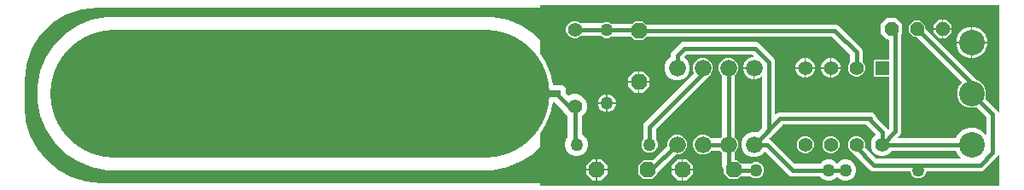
<source format=gbr>
G04 EAGLE Gerber RS-274X export*
G75*
%MOMM*%
%FSLAX34Y34*%
%LPD*%
%INBottom Copper*%
%IPPOS*%
%AMOC8*
5,1,8,0,0,1.08239X$1,22.5*%
G01*
G04 Define Apertures*
%ADD10P,1.732040X8X202.500000*%
%ADD11C,1.408000*%
%ADD12R,1.400000X1.400000*%
%ADD13C,1.400000*%
%ADD14P,1.429621X8X202.500000*%
%ADD15C,1.260000*%
%ADD16C,2.540000*%
%ADD17P,1.732040X8X292.500000*%
%ADD18C,1.676400*%
%ADD19C,12.700000*%
%ADD20R,1.270000X0.635000*%
%ADD21C,0.406400*%
G36*
X546081Y12703D02*
X546091Y12710D01*
X546098Y12720D01*
X546100Y12732D01*
X546100Y38517D01*
X546098Y38529D01*
X546091Y38539D01*
X544593Y40037D01*
X541700Y47021D01*
X541700Y54579D01*
X544066Y60290D01*
X544068Y60303D01*
X544068Y75702D01*
X544066Y75715D01*
X544059Y75725D01*
X542396Y77387D01*
X542386Y77394D01*
X542374Y77396D01*
X542361Y77394D01*
X542351Y77386D01*
X542345Y77377D01*
X537428Y65506D01*
X529088Y53025D01*
X518475Y42412D01*
X505994Y34073D01*
X492127Y28328D01*
X477405Y25400D01*
X94095Y25400D01*
X79373Y28328D01*
X65506Y34073D01*
X53025Y42412D01*
X42412Y53025D01*
X34073Y65506D01*
X28328Y79373D01*
X25400Y94095D01*
X25400Y109105D01*
X28328Y123827D01*
X34073Y137694D01*
X42412Y150175D01*
X53025Y160788D01*
X65506Y169128D01*
X79373Y174872D01*
X94095Y177800D01*
X477405Y177800D01*
X492127Y174872D01*
X505994Y169128D01*
X518475Y160788D01*
X529088Y150175D01*
X537428Y137694D01*
X543172Y123827D01*
X544430Y117501D01*
X544435Y117489D01*
X544444Y117480D01*
X544461Y117475D01*
X546068Y117475D01*
X546081Y117478D01*
X546091Y117485D01*
X546098Y117495D01*
X546100Y117507D01*
X546100Y149870D01*
X546098Y149883D01*
X546091Y149893D01*
X542065Y153918D01*
X539060Y161174D01*
X539060Y169027D01*
X542065Y176282D01*
X546091Y180307D01*
X546098Y180318D01*
X546100Y180330D01*
X546100Y187168D01*
X546098Y187181D01*
X546090Y187191D01*
X546080Y187198D01*
X546068Y187200D01*
X85600Y187200D01*
X85596Y187200D01*
X69382Y185373D01*
X69375Y185371D01*
X53973Y179982D01*
X53967Y179979D01*
X40150Y171298D01*
X40145Y171293D01*
X28607Y159755D01*
X28602Y159750D01*
X19921Y145933D01*
X19918Y145927D01*
X14529Y130525D01*
X14527Y130518D01*
X12700Y114304D01*
X12700Y114300D01*
X12700Y88900D01*
X12700Y88897D01*
X14164Y74037D01*
X14165Y74031D01*
X18499Y59742D01*
X18502Y59737D01*
X25540Y46568D01*
X25544Y46563D01*
X35016Y35021D01*
X35021Y35016D01*
X46563Y25544D01*
X46568Y25540D01*
X59737Y18502D01*
X59742Y18499D01*
X74031Y14165D01*
X74037Y14164D01*
X88897Y12700D01*
X88900Y12700D01*
X546068Y12700D01*
X546081Y12703D01*
G37*
G36*
X979775Y10220D02*
X980025Y10392D01*
X980189Y10647D01*
X980240Y10922D01*
X980240Y39599D01*
X980180Y39896D01*
X980008Y40146D01*
X979753Y40309D01*
X979454Y40360D01*
X979159Y40290D01*
X978914Y40111D01*
X978774Y39890D01*
X978496Y39219D01*
X964589Y25312D01*
X962349Y24384D01*
X908357Y24384D01*
X908060Y24324D01*
X907810Y24152D01*
X907653Y23914D01*
X906433Y20968D01*
X904232Y18767D01*
X901356Y17576D01*
X898244Y17576D01*
X895368Y18767D01*
X893167Y20968D01*
X891950Y23907D01*
X891785Y24154D01*
X891778Y24161D01*
X891525Y24328D01*
X891239Y24384D01*
X854483Y24384D01*
X852243Y25312D01*
X834520Y43035D01*
X834272Y43201D01*
X833372Y43574D01*
X830974Y45972D01*
X829676Y49104D01*
X829676Y52496D01*
X830974Y55628D01*
X833372Y58026D01*
X836504Y59324D01*
X839896Y59324D01*
X843028Y58026D01*
X845426Y55628D01*
X846724Y52496D01*
X846724Y49104D01*
X846617Y48846D01*
X846559Y48548D01*
X846622Y48251D01*
X846782Y48015D01*
X857998Y36799D01*
X858251Y36632D01*
X858537Y36576D01*
X941177Y36576D01*
X941474Y36636D01*
X941724Y36808D01*
X941887Y37063D01*
X941938Y37362D01*
X941868Y37657D01*
X941715Y37877D01*
X938288Y41304D01*
X937075Y44234D01*
X936905Y44485D01*
X936651Y44651D01*
X936371Y44704D01*
X873467Y44704D01*
X873169Y44644D01*
X872928Y44481D01*
X869867Y41420D01*
X865801Y39736D01*
X861399Y39736D01*
X857333Y41420D01*
X854220Y44533D01*
X852536Y48599D01*
X852536Y53001D01*
X854220Y57067D01*
X857277Y60124D01*
X857445Y60377D01*
X857500Y60675D01*
X857435Y60971D01*
X857277Y61202D01*
X848202Y70277D01*
X847949Y70444D01*
X847663Y70500D01*
X765237Y70500D01*
X764940Y70440D01*
X764698Y70277D01*
X751888Y57467D01*
X751720Y57214D01*
X751665Y56916D01*
X751730Y56620D01*
X751905Y56372D01*
X752135Y56224D01*
X752753Y55968D01*
X777002Y31719D01*
X777255Y31552D01*
X777541Y31496D01*
X802023Y31496D01*
X802321Y31556D01*
X802562Y31719D01*
X805029Y34186D01*
X808838Y35764D01*
X812962Y35764D01*
X816771Y34186D01*
X818611Y32346D01*
X818864Y32178D01*
X819162Y32123D01*
X819458Y32188D01*
X819689Y32346D01*
X821529Y34186D01*
X825338Y35764D01*
X829462Y35764D01*
X833271Y34186D01*
X836186Y31271D01*
X837764Y27462D01*
X837764Y23338D01*
X836186Y19529D01*
X833271Y16614D01*
X829462Y15036D01*
X825338Y15036D01*
X821529Y16614D01*
X819689Y18454D01*
X819436Y18622D01*
X819138Y18677D01*
X818842Y18612D01*
X818611Y18454D01*
X816771Y16614D01*
X812962Y15036D01*
X808838Y15036D01*
X805029Y16614D01*
X802562Y19081D01*
X802309Y19248D01*
X802023Y19304D01*
X773487Y19304D01*
X771247Y20232D01*
X747979Y43500D01*
X747726Y43668D01*
X747428Y43723D01*
X747132Y43658D01*
X746901Y43500D01*
X743650Y40249D01*
X739076Y38354D01*
X734124Y38354D01*
X729550Y40249D01*
X726049Y43750D01*
X724154Y48324D01*
X724154Y53276D01*
X726049Y57850D01*
X729550Y61351D01*
X734124Y63246D01*
X739076Y63246D01*
X739559Y63046D01*
X739857Y62988D01*
X740154Y63050D01*
X740390Y63211D01*
X744759Y67580D01*
X744926Y67833D01*
X744982Y68119D01*
X744982Y118096D01*
X744922Y118394D01*
X744750Y118644D01*
X744495Y118807D01*
X744196Y118858D01*
X743901Y118788D01*
X743681Y118635D01*
X742787Y117741D01*
X738773Y116078D01*
X737362Y116078D01*
X737362Y127762D01*
X725678Y127762D01*
X725678Y129173D01*
X727341Y133187D01*
X730413Y136259D01*
X734427Y137922D01*
X735692Y137922D01*
X735990Y137982D01*
X736240Y138154D01*
X736403Y138409D01*
X736454Y138708D01*
X736384Y139003D01*
X736231Y139223D01*
X735215Y140239D01*
X734962Y140406D01*
X734676Y140462D01*
X670099Y140462D01*
X669802Y140402D01*
X669560Y140239D01*
X667700Y138379D01*
X667533Y138126D01*
X667477Y137828D01*
X667542Y137532D01*
X667700Y137301D01*
X670951Y134050D01*
X672846Y129476D01*
X672846Y124524D01*
X670951Y119950D01*
X667450Y116449D01*
X662876Y114554D01*
X657924Y114554D01*
X653350Y116449D01*
X649849Y119950D01*
X647954Y124524D01*
X647954Y129476D01*
X649849Y134050D01*
X653350Y137551D01*
X653834Y137752D01*
X654085Y137921D01*
X654251Y138175D01*
X654304Y138456D01*
X654304Y140913D01*
X655232Y143153D01*
X663805Y151726D01*
X666045Y152654D01*
X738730Y152654D01*
X740970Y151726D01*
X756246Y136450D01*
X757174Y134210D01*
X757174Y81835D01*
X757234Y81538D01*
X757406Y81287D01*
X757661Y81124D01*
X757960Y81073D01*
X758255Y81143D01*
X758475Y81296D01*
X758943Y81764D01*
X761183Y82692D01*
X853525Y82692D01*
X855765Y81764D01*
X857480Y80049D01*
X858408Y77809D01*
X858408Y77629D01*
X858468Y77331D01*
X858631Y77090D01*
X868768Y66953D01*
X869024Y66335D01*
X869193Y66084D01*
X869448Y65918D01*
X869746Y65865D01*
X870042Y65932D01*
X870267Y66088D01*
X870377Y66198D01*
X870544Y66451D01*
X870600Y66737D01*
X870600Y117714D01*
X870540Y118011D01*
X870368Y118261D01*
X870113Y118425D01*
X869838Y118476D01*
X855969Y118476D01*
X855076Y119369D01*
X855076Y134631D01*
X855969Y135524D01*
X869838Y135524D01*
X870135Y135584D01*
X870385Y135756D01*
X870549Y136011D01*
X870600Y136286D01*
X870600Y154434D01*
X870540Y154731D01*
X870368Y154981D01*
X870113Y155145D01*
X869838Y155196D01*
X868437Y155196D01*
X862188Y161445D01*
X862188Y170283D01*
X868437Y176532D01*
X877275Y176532D01*
X883524Y170283D01*
X883524Y161445D01*
X883015Y160936D01*
X882848Y160684D01*
X882792Y160398D01*
X882792Y62684D01*
X881864Y60443D01*
X879618Y58197D01*
X879450Y57944D01*
X879395Y57646D01*
X879460Y57350D01*
X879635Y57102D01*
X879893Y56943D01*
X880157Y56896D01*
X936371Y56896D01*
X936668Y56956D01*
X936918Y57128D01*
X937075Y57366D01*
X938288Y60296D01*
X943004Y65012D01*
X949165Y67564D01*
X955835Y67564D01*
X961996Y65012D01*
X965931Y61077D01*
X966184Y60909D01*
X966482Y60854D01*
X966778Y60919D01*
X967026Y61094D01*
X967185Y61352D01*
X967232Y61616D01*
X967232Y77931D01*
X967172Y78229D01*
X967009Y78470D01*
X957651Y87828D01*
X957398Y87996D01*
X957100Y88051D01*
X956820Y87994D01*
X955329Y87376D01*
X949671Y87376D01*
X944443Y89541D01*
X940441Y93543D01*
X938276Y98771D01*
X938276Y104429D01*
X940441Y109657D01*
X942603Y111819D01*
X942770Y112071D01*
X942826Y112370D01*
X942761Y112666D01*
X942603Y112896D01*
X897986Y157513D01*
X897733Y157680D01*
X897447Y157736D01*
X894889Y157736D01*
X890128Y162497D01*
X890128Y169231D01*
X894889Y173992D01*
X901623Y173992D01*
X906384Y169231D01*
X906384Y166673D01*
X906444Y166375D01*
X906607Y166134D01*
X957691Y115050D01*
X957826Y114850D01*
X958068Y114689D01*
X960557Y113659D01*
X964559Y109657D01*
X966724Y104429D01*
X966724Y98771D01*
X966106Y97280D01*
X966049Y96982D01*
X966111Y96685D01*
X966272Y96449D01*
X978496Y84225D01*
X978774Y83554D01*
X978944Y83302D01*
X979198Y83137D01*
X979496Y83084D01*
X979792Y83151D01*
X980038Y83329D01*
X980195Y83588D01*
X980240Y83845D01*
X980240Y188978D01*
X980180Y189275D01*
X980008Y189525D01*
X979753Y189689D01*
X979478Y189740D01*
X525272Y189740D01*
X524975Y189680D01*
X524725Y189508D01*
X524561Y189253D01*
X524510Y188978D01*
X524510Y141714D01*
X524638Y141290D01*
X529774Y133604D01*
X534868Y121308D01*
X537024Y110468D01*
X537141Y110189D01*
X537358Y109977D01*
X537771Y109855D01*
X546934Y109855D01*
X549910Y106879D01*
X549910Y102576D01*
X549970Y102278D01*
X550133Y102037D01*
X552324Y99845D01*
X552577Y99678D01*
X552875Y99622D01*
X553155Y99680D01*
X556389Y101020D01*
X561211Y101020D01*
X565665Y99175D01*
X569075Y95765D01*
X570920Y91311D01*
X570920Y86489D01*
X569075Y82035D01*
X566135Y79095D01*
X565968Y78842D01*
X565912Y78556D01*
X565912Y61468D01*
X565972Y61171D01*
X566144Y60921D01*
X566382Y60764D01*
X567146Y60448D01*
X570348Y57246D01*
X572080Y53064D01*
X572080Y48536D01*
X570348Y44354D01*
X567146Y41153D01*
X562964Y39420D01*
X558436Y39420D01*
X554254Y41153D01*
X551053Y44354D01*
X549320Y48536D01*
X549320Y53064D01*
X551053Y57246D01*
X551465Y57659D01*
X551632Y57911D01*
X551688Y58197D01*
X551688Y78556D01*
X551628Y78853D01*
X551465Y79095D01*
X548525Y82035D01*
X547526Y84446D01*
X547361Y84693D01*
X538932Y93122D01*
X538679Y93289D01*
X538394Y93345D01*
X537771Y93345D01*
X537474Y93285D01*
X537224Y93113D01*
X537024Y92732D01*
X534868Y81892D01*
X529774Y69597D01*
X524638Y61910D01*
X524510Y61487D01*
X524510Y10922D01*
X524570Y10625D01*
X524742Y10375D01*
X524997Y10211D01*
X525272Y10160D01*
X979478Y10160D01*
X979775Y10220D01*
G37*
%LPC*%
G36*
X914512Y166626D02*
X914512Y169652D01*
X919868Y175008D01*
X922894Y175008D01*
X922894Y166626D01*
X914512Y166626D01*
G37*
G36*
X924418Y166626D02*
X924418Y175008D01*
X927444Y175008D01*
X932800Y169652D01*
X932800Y166626D01*
X924418Y166626D01*
G37*
G36*
X836504Y118476D02*
X833372Y119774D01*
X830974Y122172D01*
X829676Y125304D01*
X829676Y128696D01*
X830974Y131828D01*
X831881Y132736D01*
X832048Y132988D01*
X832104Y133274D01*
X832104Y139683D01*
X832044Y139981D01*
X831881Y140222D01*
X814592Y157511D01*
X814339Y157678D01*
X814053Y157734D01*
X629990Y157734D01*
X629693Y157674D01*
X629451Y157511D01*
X626245Y154305D01*
X618355Y154305D01*
X614509Y158151D01*
X614256Y158318D01*
X613970Y158374D01*
X595834Y158374D01*
X595537Y158314D01*
X595296Y158151D01*
X594982Y157837D01*
X592106Y156646D01*
X588994Y156646D01*
X586118Y157837D01*
X585174Y158781D01*
X584922Y158948D01*
X584636Y159004D01*
X565131Y159004D01*
X564834Y158944D01*
X564592Y158781D01*
X563651Y157840D01*
X560504Y156536D01*
X557097Y156536D01*
X553949Y157840D01*
X551540Y160249D01*
X550236Y163397D01*
X550236Y166804D01*
X551540Y169951D01*
X553949Y172360D01*
X557097Y173664D01*
X560504Y173664D01*
X563651Y172360D01*
X564592Y171419D01*
X564845Y171252D01*
X565131Y171196D01*
X586191Y171196D01*
X586483Y171254D01*
X588994Y172294D01*
X592106Y172294D01*
X594982Y171103D01*
X595296Y170789D01*
X595548Y170622D01*
X595834Y170566D01*
X615250Y170566D01*
X615547Y170626D01*
X615789Y170789D01*
X618355Y173355D01*
X626245Y173355D01*
X629451Y170149D01*
X629704Y169982D01*
X629990Y169926D01*
X818107Y169926D01*
X820347Y168998D01*
X843368Y145977D01*
X844296Y143737D01*
X844296Y133274D01*
X844356Y132977D01*
X844519Y132736D01*
X845426Y131828D01*
X846724Y128696D01*
X846724Y125304D01*
X845426Y122172D01*
X843028Y119774D01*
X839896Y118476D01*
X836504Y118476D01*
G37*
G36*
X953262Y153162D02*
X953262Y167640D01*
X955531Y167640D01*
X961133Y165320D01*
X965420Y161033D01*
X967740Y155431D01*
X967740Y153162D01*
X953262Y153162D01*
G37*
G36*
X937260Y153162D02*
X937260Y155431D01*
X939580Y161033D01*
X943867Y165320D01*
X949469Y167640D01*
X951738Y167640D01*
X951738Y153162D01*
X937260Y153162D01*
G37*
G36*
X919868Y156720D02*
X914512Y162076D01*
X914512Y165102D01*
X922894Y165102D01*
X922894Y156720D01*
X919868Y156720D01*
G37*
G36*
X924418Y156720D02*
X924418Y165102D01*
X932800Y165102D01*
X932800Y162076D01*
X927444Y156720D01*
X924418Y156720D01*
G37*
G36*
X949469Y137160D02*
X943867Y139480D01*
X939580Y143767D01*
X937260Y149369D01*
X937260Y151638D01*
X951738Y151638D01*
X951738Y137160D01*
X949469Y137160D01*
G37*
G36*
X953262Y137160D02*
X953262Y151638D01*
X967740Y151638D01*
X967740Y149369D01*
X965420Y143767D01*
X961133Y139480D01*
X955531Y137160D01*
X953262Y137160D01*
G37*
G36*
X712335Y16256D02*
X706755Y21836D01*
X706755Y26369D01*
X706695Y26667D01*
X706532Y26908D01*
X706032Y27408D01*
X705104Y29648D01*
X705104Y42571D01*
X705044Y42868D01*
X704881Y43110D01*
X703510Y44481D01*
X703257Y44648D01*
X702971Y44704D01*
X694029Y44704D01*
X693732Y44644D01*
X693490Y44481D01*
X691411Y42402D01*
X687770Y40894D01*
X683830Y40894D01*
X680189Y42402D01*
X677402Y45189D01*
X675894Y48830D01*
X675894Y52770D01*
X677402Y56411D01*
X680189Y59198D01*
X683830Y60706D01*
X687770Y60706D01*
X691411Y59198D01*
X693490Y57119D01*
X693743Y56952D01*
X694029Y56896D01*
X702971Y56896D01*
X703268Y56956D01*
X703510Y57119D01*
X704881Y58490D01*
X705048Y58743D01*
X705104Y59029D01*
X705104Y118771D01*
X705044Y119068D01*
X704881Y119310D01*
X702802Y121389D01*
X701294Y125030D01*
X701294Y128970D01*
X702802Y132611D01*
X705589Y135398D01*
X709230Y136906D01*
X713170Y136906D01*
X716811Y135398D01*
X719598Y132611D01*
X721106Y128970D01*
X721106Y125030D01*
X719598Y121389D01*
X717519Y119310D01*
X717352Y119057D01*
X717296Y118771D01*
X717296Y59029D01*
X717356Y58732D01*
X717519Y58490D01*
X719598Y56411D01*
X721106Y52770D01*
X721106Y48830D01*
X719598Y45189D01*
X717519Y43110D01*
X717352Y42857D01*
X717296Y42571D01*
X717296Y36068D01*
X717356Y35771D01*
X717528Y35521D01*
X717783Y35357D01*
X718058Y35306D01*
X720225Y35306D01*
X723812Y31719D01*
X724065Y31552D01*
X724351Y31496D01*
X733216Y31496D01*
X733513Y31556D01*
X733754Y31719D01*
X734068Y32033D01*
X736944Y33224D01*
X740056Y33224D01*
X742932Y32033D01*
X745133Y29832D01*
X746324Y26956D01*
X746324Y23844D01*
X745133Y20968D01*
X742932Y18767D01*
X740056Y17576D01*
X736944Y17576D01*
X734068Y18767D01*
X733754Y19081D01*
X733502Y19248D01*
X733216Y19304D01*
X723589Y19304D01*
X723292Y19244D01*
X723050Y19081D01*
X720225Y16256D01*
X712335Y16256D01*
G37*
G36*
X631544Y42976D02*
X628668Y44167D01*
X626467Y46368D01*
X625276Y49244D01*
X625276Y52356D01*
X626467Y55232D01*
X626781Y55546D01*
X626948Y55798D01*
X627004Y56084D01*
X627004Y69925D01*
X627932Y72165D01*
X676970Y121203D01*
X677137Y121456D01*
X677193Y121754D01*
X677135Y122033D01*
X675894Y125030D01*
X675894Y128970D01*
X677402Y132611D01*
X680189Y135398D01*
X683830Y136906D01*
X687770Y136906D01*
X691411Y135398D01*
X694198Y132611D01*
X695706Y128970D01*
X695706Y125030D01*
X694198Y121389D01*
X694010Y121201D01*
X693845Y120954D01*
X693762Y120753D01*
X639419Y66410D01*
X639252Y66157D01*
X639196Y65871D01*
X639196Y56084D01*
X639256Y55787D01*
X639419Y55546D01*
X639733Y55232D01*
X640924Y52356D01*
X640924Y49244D01*
X639733Y46368D01*
X637532Y44167D01*
X634656Y42976D01*
X631544Y42976D01*
G37*
G36*
X788162Y127762D02*
X788162Y136540D01*
X789298Y136540D01*
X792804Y135088D01*
X795488Y132404D01*
X796940Y128898D01*
X796940Y127762D01*
X788162Y127762D01*
G37*
G36*
X813562Y127762D02*
X813562Y136540D01*
X814698Y136540D01*
X818204Y135088D01*
X820888Y132404D01*
X822340Y128898D01*
X822340Y127762D01*
X813562Y127762D01*
G37*
G36*
X777860Y127762D02*
X777860Y128898D01*
X779312Y132404D01*
X781996Y135088D01*
X785502Y136540D01*
X786638Y136540D01*
X786638Y127762D01*
X777860Y127762D01*
G37*
G36*
X803260Y127762D02*
X803260Y128898D01*
X804712Y132404D01*
X807396Y135088D01*
X810902Y136540D01*
X812038Y136540D01*
X812038Y127762D01*
X803260Y127762D01*
G37*
G36*
X810902Y117460D02*
X807396Y118912D01*
X804712Y121596D01*
X803260Y125102D01*
X803260Y126238D01*
X812038Y126238D01*
X812038Y117460D01*
X810902Y117460D01*
G37*
G36*
X813562Y117460D02*
X813562Y126238D01*
X822340Y126238D01*
X822340Y125102D01*
X820888Y121596D01*
X818204Y118912D01*
X814698Y117460D01*
X813562Y117460D01*
G37*
G36*
X788162Y117460D02*
X788162Y126238D01*
X796940Y126238D01*
X796940Y125102D01*
X795488Y121596D01*
X792804Y118912D01*
X789298Y117460D01*
X788162Y117460D01*
G37*
G36*
X785502Y117460D02*
X781996Y118912D01*
X779312Y121596D01*
X777860Y125102D01*
X777860Y126238D01*
X786638Y126238D01*
X786638Y117460D01*
X785502Y117460D01*
G37*
G36*
X734427Y116078D02*
X730413Y117741D01*
X727341Y120813D01*
X725678Y124827D01*
X725678Y126238D01*
X735838Y126238D01*
X735838Y116078D01*
X734427Y116078D01*
G37*
G36*
X611759Y113792D02*
X611759Y117396D01*
X617934Y123571D01*
X621538Y123571D01*
X621538Y113792D01*
X611759Y113792D01*
G37*
G36*
X623062Y113792D02*
X623062Y123571D01*
X626666Y123571D01*
X632841Y117396D01*
X632841Y113792D01*
X623062Y113792D01*
G37*
G36*
X623062Y102489D02*
X623062Y112268D01*
X632841Y112268D01*
X632841Y108664D01*
X626666Y102489D01*
X623062Y102489D01*
G37*
G36*
X617934Y102489D02*
X611759Y108664D01*
X611759Y112268D01*
X621538Y112268D01*
X621538Y102489D01*
X617934Y102489D01*
G37*
G36*
X581710Y92832D02*
X581710Y93828D01*
X583056Y97077D01*
X585543Y99564D01*
X588792Y100910D01*
X589788Y100910D01*
X589788Y92832D01*
X581710Y92832D01*
G37*
G36*
X591312Y92832D02*
X591312Y100910D01*
X592308Y100910D01*
X595557Y99564D01*
X598044Y97077D01*
X599390Y93828D01*
X599390Y92832D01*
X591312Y92832D01*
G37*
G36*
X591312Y83230D02*
X591312Y91308D01*
X599390Y91308D01*
X599390Y90312D01*
X598044Y87063D01*
X595557Y84576D01*
X592308Y83230D01*
X591312Y83230D01*
G37*
G36*
X588792Y83230D02*
X585543Y84576D01*
X583056Y87063D01*
X581710Y90312D01*
X581710Y91308D01*
X589788Y91308D01*
X589788Y83230D01*
X588792Y83230D01*
G37*
G36*
X627245Y16256D02*
X621665Y21836D01*
X621665Y29726D01*
X627245Y35306D01*
X635371Y35306D01*
X635484Y35285D01*
X635781Y35350D01*
X636011Y35508D01*
X650271Y49768D01*
X650438Y50021D01*
X650494Y50307D01*
X650494Y52770D01*
X652002Y56411D01*
X654789Y59198D01*
X658430Y60706D01*
X662370Y60706D01*
X666011Y59198D01*
X668798Y56411D01*
X670306Y52770D01*
X670306Y48830D01*
X668798Y45189D01*
X666011Y42402D01*
X662370Y40894D01*
X658955Y40894D01*
X658657Y40834D01*
X658416Y40671D01*
X640938Y23193D01*
X640771Y22940D01*
X640715Y22654D01*
X640715Y21836D01*
X635135Y16256D01*
X627245Y16256D01*
G37*
G36*
X785704Y42276D02*
X782572Y43574D01*
X780174Y45972D01*
X778876Y49104D01*
X778876Y52496D01*
X780174Y55628D01*
X782572Y58026D01*
X785704Y59324D01*
X789096Y59324D01*
X792228Y58026D01*
X794626Y55628D01*
X795924Y52496D01*
X795924Y49104D01*
X794626Y45972D01*
X792228Y43574D01*
X789096Y42276D01*
X785704Y42276D01*
G37*
G36*
X811104Y42276D02*
X807972Y43574D01*
X805574Y45972D01*
X804276Y49104D01*
X804276Y52496D01*
X805574Y55628D01*
X807972Y58026D01*
X811104Y59324D01*
X814496Y59324D01*
X817628Y58026D01*
X820026Y55628D01*
X821324Y52496D01*
X821324Y49104D01*
X820026Y45972D01*
X817628Y43574D01*
X814496Y42276D01*
X811104Y42276D01*
G37*
G36*
X654939Y26543D02*
X654939Y30147D01*
X661114Y36322D01*
X664718Y36322D01*
X664718Y26543D01*
X654939Y26543D01*
G37*
G36*
X569849Y26543D02*
X569849Y30147D01*
X576024Y36322D01*
X579628Y36322D01*
X579628Y26543D01*
X569849Y26543D01*
G37*
G36*
X581152Y26543D02*
X581152Y36322D01*
X584756Y36322D01*
X590931Y30147D01*
X590931Y26543D01*
X581152Y26543D01*
G37*
G36*
X666242Y26543D02*
X666242Y36322D01*
X669846Y36322D01*
X676021Y30147D01*
X676021Y26543D01*
X666242Y26543D01*
G37*
G36*
X666242Y15240D02*
X666242Y25019D01*
X676021Y25019D01*
X676021Y21415D01*
X669846Y15240D01*
X666242Y15240D01*
G37*
G36*
X661114Y15240D02*
X654939Y21415D01*
X654939Y25019D01*
X664718Y25019D01*
X664718Y15240D01*
X661114Y15240D01*
G37*
G36*
X581152Y15240D02*
X581152Y25019D01*
X590931Y25019D01*
X590931Y21415D01*
X584756Y15240D01*
X581152Y15240D01*
G37*
G36*
X576024Y15240D02*
X569849Y21415D01*
X569849Y25019D01*
X579628Y25019D01*
X579628Y15240D01*
X576024Y15240D01*
G37*
%LPD*%
D10*
X631190Y25781D03*
X580390Y25781D03*
D11*
X558800Y88900D03*
X558800Y165100D03*
D12*
X863600Y127000D03*
D13*
X838200Y127000D03*
X812800Y127000D03*
X787400Y127000D03*
X787400Y50800D03*
X812800Y50800D03*
X838200Y50800D03*
X863600Y50800D03*
D14*
X872856Y165864D03*
X923656Y165864D03*
X898256Y165864D03*
D15*
X633100Y50800D03*
X560700Y50800D03*
X590550Y92070D03*
X590550Y164470D03*
X738500Y25400D03*
X810900Y25400D03*
X827400Y25400D03*
X899800Y25400D03*
D16*
X952500Y50800D03*
X952500Y101600D03*
X952500Y152400D03*
D10*
X716280Y25781D03*
X665480Y25781D03*
D17*
X622300Y163830D03*
X622300Y113030D03*
D18*
X736600Y127000D03*
X711200Y127000D03*
X711200Y50800D03*
X736600Y50800D03*
X685800Y127000D03*
X660400Y127000D03*
X685800Y50800D03*
X660400Y50800D03*
D19*
X469900Y101600D02*
X101600Y101600D01*
D20*
X538480Y101600D03*
D21*
X894080Y30480D02*
X898144Y26416D01*
X899800Y25400D01*
X894080Y30480D02*
X961136Y30480D01*
X973328Y42672D01*
X973328Y80772D01*
X952500Y101600D02*
X952500Y111620D01*
X898256Y165864D01*
X952500Y101600D02*
X973328Y80772D01*
X838200Y50800D02*
X836788Y49388D01*
X855696Y30480D01*
X894080Y30480D01*
X838200Y142524D02*
X816894Y163830D01*
X622300Y163830D01*
X590550Y164470D02*
X589920Y165100D01*
X558800Y165100D01*
X621660Y164470D02*
X622300Y163830D01*
X621660Y164470D02*
X590550Y164470D01*
X838200Y142524D02*
X838200Y127000D01*
X659924Y50800D02*
X634905Y25781D01*
X631190Y25781D01*
X659924Y50800D02*
X660400Y50800D01*
X688594Y124206D02*
X685800Y127000D01*
X688594Y124206D02*
X633100Y68712D01*
X633100Y50800D01*
X716280Y25781D02*
X716661Y25400D01*
X738500Y25400D01*
X711200Y50800D02*
X711200Y127000D01*
X711200Y50800D02*
X685800Y50800D01*
X711200Y30861D02*
X716280Y25781D01*
X711200Y30861D02*
X711200Y50800D01*
X749300Y50800D02*
X774700Y25400D01*
X749300Y50800D02*
X736600Y50800D01*
X774700Y25400D02*
X810900Y25400D01*
X863600Y50800D02*
X952500Y50800D01*
X827400Y25400D02*
X810900Y25400D01*
X876696Y162024D02*
X872856Y165864D01*
X876696Y162024D02*
X876696Y63896D01*
X863600Y50800D01*
X762396Y76596D02*
X736600Y50800D01*
X660400Y139700D02*
X667258Y146558D01*
X660400Y139700D02*
X660400Y127000D01*
X667258Y146558D02*
X737517Y146558D01*
X751078Y132997D01*
X751078Y65278D01*
X736600Y50800D01*
X863600Y50800D02*
X863600Y63500D01*
X852312Y74788D01*
X852312Y76596D01*
X762396Y76596D01*
X560700Y50800D02*
X558800Y52700D01*
X558800Y88900D01*
X553212Y88900D01*
X540512Y101600D01*
M02*

</source>
